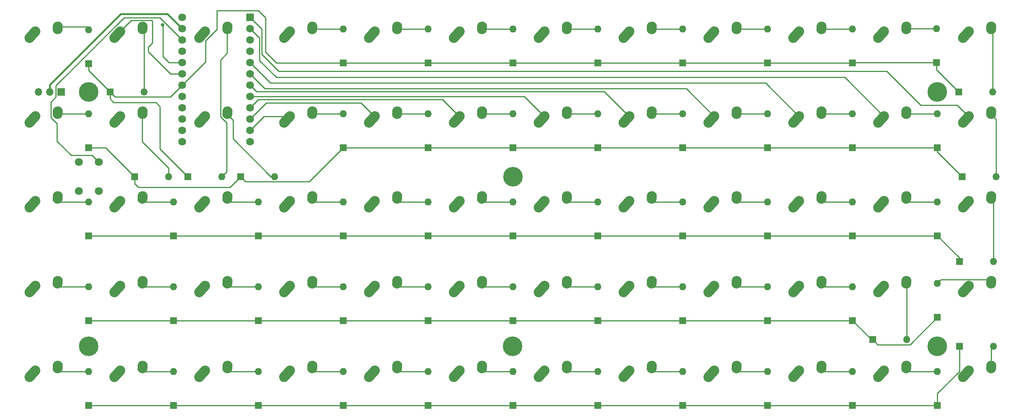
<source format=gbl>
G04 #@! TF.GenerationSoftware,KiCad,Pcbnew,(6.0.9)*
G04 #@! TF.CreationDate,2022-12-21T21:08:13+01:00*
G04 #@! TF.ProjectId,t-rex,742d7265-782e-46b6-9963-61645f706362,rev?*
G04 #@! TF.SameCoordinates,Original*
G04 #@! TF.FileFunction,Copper,L2,Bot*
G04 #@! TF.FilePolarity,Positive*
%FSLAX46Y46*%
G04 Gerber Fmt 4.6, Leading zero omitted, Abs format (unit mm)*
G04 Created by KiCad (PCBNEW (6.0.9)) date 2022-12-21 21:08:13*
%MOMM*%
%LPD*%
G01*
G04 APERTURE LIST*
G04 Aperture macros list*
%AMHorizOval*
0 Thick line with rounded ends*
0 $1 width*
0 $2 $3 position (X,Y) of the first rounded end (center of the circle)*
0 $4 $5 position (X,Y) of the second rounded end (center of the circle)*
0 Add line between two ends*
20,1,$1,$2,$3,$4,$5,0*
0 Add two circle primitives to create the rounded ends*
1,1,$1,$2,$3*
1,1,$1,$4,$5*%
G04 Aperture macros list end*
G04 #@! TA.AperFunction,ComponentPad*
%ADD10C,4.400000*%
G04 #@! TD*
G04 #@! TA.AperFunction,ComponentPad*
%ADD11R,1.600000X1.600000*%
G04 #@! TD*
G04 #@! TA.AperFunction,ComponentPad*
%ADD12O,1.600000X1.600000*%
G04 #@! TD*
G04 #@! TA.AperFunction,ComponentPad*
%ADD13HorizOval,2.250000X0.655001X0.730000X-0.655001X-0.730000X0*%
G04 #@! TD*
G04 #@! TA.AperFunction,ComponentPad*
%ADD14C,2.250000*%
G04 #@! TD*
G04 #@! TA.AperFunction,ComponentPad*
%ADD15HorizOval,2.250000X0.020000X0.290000X-0.020000X-0.290000X0*%
G04 #@! TD*
G04 #@! TA.AperFunction,ComponentPad*
%ADD16R,1.700000X1.700000*%
G04 #@! TD*
G04 #@! TA.AperFunction,ComponentPad*
%ADD17O,1.700000X1.700000*%
G04 #@! TD*
G04 #@! TA.AperFunction,ComponentPad*
%ADD18C,1.800000*%
G04 #@! TD*
G04 #@! TA.AperFunction,ComponentPad*
%ADD19R,1.752600X1.752600*%
G04 #@! TD*
G04 #@! TA.AperFunction,ComponentPad*
%ADD20C,1.752600*%
G04 #@! TD*
G04 #@! TA.AperFunction,ViaPad*
%ADD21C,0.800000*%
G04 #@! TD*
G04 #@! TA.AperFunction,Conductor*
%ADD22C,0.250000*%
G04 #@! TD*
G04 #@! TA.AperFunction,Conductor*
%ADD23C,0.381000*%
G04 #@! TD*
G04 APERTURE END LIST*
D10*
X242887500Y-42862500D03*
X242887500Y-100012500D03*
X147486914Y-100010649D03*
X147637500Y-61912500D03*
X52387500Y-100012500D03*
X52387500Y-42862500D03*
D11*
X57150000Y-42862500D03*
D12*
X64770000Y-42862500D03*
D13*
X211157501Y-87217500D03*
D14*
X211812500Y-86487500D03*
X216852500Y-85407500D03*
D15*
X216832500Y-85697500D03*
D11*
X242697000Y-36322000D03*
D12*
X242697000Y-28702000D03*
D14*
X59412500Y-86487500D03*
D13*
X58757501Y-87217500D03*
D15*
X64432500Y-85697500D03*
D14*
X64452500Y-85407500D03*
D16*
X46196250Y-42862500D03*
D17*
X43656250Y-42862500D03*
X41116250Y-42862500D03*
D11*
X242887500Y-75247500D03*
D12*
X242887500Y-67627500D03*
D13*
X154007501Y-30067500D03*
D14*
X154662500Y-29337500D03*
X159702500Y-28257500D03*
D15*
X159682500Y-28547500D03*
D11*
X204787500Y-75247500D03*
D12*
X204787500Y-67627500D03*
D11*
X242887500Y-113347500D03*
D12*
X242887500Y-105727500D03*
D13*
X249257501Y-87217500D03*
D14*
X249912500Y-86487500D03*
D15*
X254932500Y-85697500D03*
D14*
X254952500Y-85407500D03*
D11*
X109537500Y-55403750D03*
D12*
X109537500Y-47783750D03*
D14*
X154662500Y-48387500D03*
D13*
X154007501Y-49117500D03*
D15*
X159682500Y-47597500D03*
D14*
X159702500Y-47307500D03*
D11*
X166687500Y-94297500D03*
D12*
X166687500Y-86677500D03*
D11*
X147637500Y-94297500D03*
D12*
X147637500Y-86677500D03*
D14*
X97512500Y-48387500D03*
D13*
X96857501Y-49117500D03*
D15*
X102532500Y-47597500D03*
D14*
X102552500Y-47307500D03*
X135612500Y-105537500D03*
D13*
X134957501Y-106267500D03*
D15*
X140632500Y-104747500D03*
D14*
X140652500Y-104457500D03*
D13*
X134957501Y-87217500D03*
D14*
X135612500Y-86487500D03*
D15*
X140632500Y-85697500D03*
D14*
X140652500Y-85407500D03*
D11*
X109537500Y-36353750D03*
D12*
X109537500Y-28733750D03*
D14*
X154662500Y-86487500D03*
D13*
X154007501Y-87217500D03*
D14*
X159702500Y-85407500D03*
D15*
X159682500Y-85697500D03*
D14*
X173712500Y-48387500D03*
D13*
X173057501Y-49117500D03*
D14*
X178752500Y-47307500D03*
D15*
X178732500Y-47597500D03*
D14*
X116562500Y-48387500D03*
D13*
X115907501Y-49117500D03*
D14*
X121602500Y-47307500D03*
D15*
X121582500Y-47597500D03*
D11*
X128587500Y-94297500D03*
D12*
X128587500Y-86677500D03*
D14*
X173712500Y-86487500D03*
D13*
X173057501Y-87217500D03*
D15*
X178732500Y-85697500D03*
D14*
X178752500Y-85407500D03*
D11*
X128587500Y-113347500D03*
D12*
X128587500Y-105727500D03*
D11*
X185737500Y-113347500D03*
D12*
X185737500Y-105727500D03*
D13*
X58757501Y-68167500D03*
D14*
X59412500Y-67437500D03*
X64452500Y-66357500D03*
D15*
X64432500Y-66647500D03*
D13*
X192107501Y-49117500D03*
D14*
X192762500Y-48387500D03*
D15*
X197782500Y-47597500D03*
D14*
X197802500Y-47307500D03*
D11*
X223837500Y-36353750D03*
D12*
X223837500Y-28733750D03*
D11*
X247808750Y-100012500D03*
D12*
X255428750Y-100012500D03*
D11*
X71437500Y-113347500D03*
D12*
X71437500Y-105727500D03*
D13*
X173057501Y-30067500D03*
D14*
X173712500Y-29337500D03*
D15*
X178732500Y-28547500D03*
D14*
X178752500Y-28257500D03*
D11*
X204787500Y-94297500D03*
D12*
X204787500Y-86677500D03*
D14*
X116562500Y-29337500D03*
D13*
X115907501Y-30067500D03*
D14*
X121602500Y-28257500D03*
D15*
X121582500Y-28547500D03*
D14*
X192762500Y-86487500D03*
D13*
X192107501Y-87217500D03*
D14*
X197802500Y-85407500D03*
D15*
X197782500Y-85697500D03*
D11*
X71437500Y-94297500D03*
D12*
X71437500Y-86677500D03*
D11*
X185737500Y-75247500D03*
D12*
X185737500Y-67627500D03*
D11*
X147637500Y-36353750D03*
D12*
X147637500Y-28733750D03*
D11*
X204787500Y-36353750D03*
D12*
X204787500Y-28733750D03*
D11*
X62706250Y-61912500D03*
D12*
X70326250Y-61912500D03*
D14*
X78462500Y-67437500D03*
D13*
X77807501Y-68167500D03*
D15*
X83482500Y-66647500D03*
D14*
X83502500Y-66357500D03*
D13*
X230207501Y-68167500D03*
D14*
X230862500Y-67437500D03*
X235902500Y-66357500D03*
D15*
X235882500Y-66647500D03*
D11*
X228346000Y-98552000D03*
D12*
X235966000Y-98552000D03*
D14*
X154662500Y-105537500D03*
D13*
X154007501Y-106267500D03*
D15*
X159682500Y-104747500D03*
D14*
X159702500Y-104457500D03*
D11*
X52387500Y-75247500D03*
D12*
X52387500Y-67627500D03*
D11*
X223837500Y-94297500D03*
D12*
X223837500Y-86677500D03*
D13*
X230207501Y-106267500D03*
D14*
X230862500Y-105537500D03*
X235902500Y-104457500D03*
D15*
X235882500Y-104747500D03*
D11*
X248443750Y-61912500D03*
D12*
X256063750Y-61912500D03*
D14*
X135612500Y-29337500D03*
D13*
X134957501Y-30067500D03*
D14*
X140652500Y-28257500D03*
D15*
X140632500Y-28547500D03*
D14*
X230862500Y-29337500D03*
D13*
X230207501Y-30067500D03*
D14*
X235902500Y-28257500D03*
D15*
X235882500Y-28547500D03*
D13*
X211157501Y-30067500D03*
D14*
X211812500Y-29337500D03*
D15*
X216832500Y-28547500D03*
D14*
X216852500Y-28257500D03*
D13*
X58757501Y-30067500D03*
D14*
X59412500Y-29337500D03*
D15*
X64432500Y-28547500D03*
D14*
X64452500Y-28257500D03*
X78462500Y-105537500D03*
D13*
X77807501Y-106267500D03*
D15*
X83482500Y-104747500D03*
D14*
X83502500Y-104457500D03*
D11*
X128587500Y-36353750D03*
D12*
X128587500Y-28733750D03*
D11*
X109537500Y-113347500D03*
D12*
X109537500Y-105727500D03*
D14*
X78462500Y-86487500D03*
D13*
X77807501Y-87217500D03*
D14*
X83502500Y-85407500D03*
D15*
X83482500Y-85697500D03*
D13*
X115907501Y-68167500D03*
D14*
X116562500Y-67437500D03*
D15*
X121582500Y-66647500D03*
D14*
X121602500Y-66357500D03*
X59412500Y-48387500D03*
D13*
X58757501Y-49117500D03*
D15*
X64432500Y-47597500D03*
D14*
X64452500Y-47307500D03*
X211812500Y-105537500D03*
D13*
X211157501Y-106267500D03*
D14*
X216852500Y-104457500D03*
D15*
X216832500Y-104747500D03*
D14*
X40362500Y-86487500D03*
D13*
X39707501Y-87217500D03*
D15*
X45382500Y-85697500D03*
D14*
X45402500Y-85407500D03*
D11*
X223837500Y-55403750D03*
D12*
X223837500Y-47783750D03*
D11*
X52387500Y-55403750D03*
D12*
X52387500Y-47783750D03*
D13*
X249257501Y-30067500D03*
D14*
X249912500Y-29337500D03*
X254952500Y-28257500D03*
D15*
X254932500Y-28547500D03*
D14*
X40362500Y-29337500D03*
D13*
X39707501Y-30067500D03*
D15*
X45382500Y-28547500D03*
D14*
X45402500Y-28257500D03*
D11*
X52387500Y-113347500D03*
D12*
X52387500Y-105727500D03*
D11*
X185737500Y-55403750D03*
D12*
X185737500Y-47783750D03*
D14*
X116562500Y-86487500D03*
D13*
X115907501Y-87217500D03*
D14*
X121602500Y-85407500D03*
D15*
X121582500Y-85697500D03*
D11*
X166687500Y-75247500D03*
D12*
X166687500Y-67627500D03*
D11*
X86487000Y-61912500D03*
D12*
X94107000Y-61912500D03*
D14*
X230862500Y-86487500D03*
D13*
X230207501Y-87217500D03*
D15*
X235882500Y-85697500D03*
D14*
X235902500Y-85407500D03*
D13*
X211157501Y-68167500D03*
D14*
X211812500Y-67437500D03*
D15*
X216832500Y-66647500D03*
D14*
X216852500Y-66357500D03*
D11*
X147637500Y-75247500D03*
D12*
X147637500Y-67627500D03*
D11*
X71437500Y-75247500D03*
D12*
X71437500Y-67627500D03*
D11*
X90487500Y-113347500D03*
D12*
X90487500Y-105727500D03*
D11*
X204787500Y-55403750D03*
D12*
X204787500Y-47783750D03*
D11*
X147637500Y-113347500D03*
D12*
X147637500Y-105727500D03*
D11*
X74612500Y-61912500D03*
D12*
X82232500Y-61912500D03*
D13*
X249257501Y-68167500D03*
D14*
X249912500Y-67437500D03*
D15*
X254932500Y-66647500D03*
D14*
X254952500Y-66357500D03*
X192762500Y-29337500D03*
D13*
X192107501Y-30067500D03*
D14*
X197802500Y-28257500D03*
D15*
X197782500Y-28547500D03*
D11*
X52387500Y-94297500D03*
D12*
X52387500Y-86677500D03*
D11*
X185737500Y-36353750D03*
D12*
X185737500Y-28733750D03*
D13*
X249257501Y-49117500D03*
D14*
X249912500Y-48387500D03*
D15*
X254932500Y-47597500D03*
D14*
X254952500Y-47307500D03*
D13*
X39707501Y-68167500D03*
D14*
X40362500Y-67437500D03*
D15*
X45382500Y-66647500D03*
D14*
X45402500Y-66357500D03*
D13*
X96857501Y-30067500D03*
D14*
X97512500Y-29337500D03*
X102552500Y-28257500D03*
D15*
X102532500Y-28547500D03*
D14*
X154662500Y-67437500D03*
D13*
X154007501Y-68167500D03*
D14*
X159702500Y-66357500D03*
D15*
X159682500Y-66647500D03*
D13*
X58757501Y-106267500D03*
D14*
X59412500Y-105537500D03*
X64452500Y-104457500D03*
D15*
X64432500Y-104747500D03*
D13*
X39707501Y-106267500D03*
D14*
X40362500Y-105537500D03*
D15*
X45382500Y-104747500D03*
D14*
X45402500Y-104457500D03*
D13*
X134957501Y-68167500D03*
D14*
X135612500Y-67437500D03*
D15*
X140632500Y-66647500D03*
D14*
X140652500Y-66357500D03*
D11*
X128587500Y-75247500D03*
D12*
X128587500Y-67627500D03*
D14*
X192762500Y-67437500D03*
D13*
X192107501Y-68167500D03*
D15*
X197782500Y-66647500D03*
D14*
X197802500Y-66357500D03*
D13*
X134957501Y-49117500D03*
D14*
X135612500Y-48387500D03*
D15*
X140632500Y-47597500D03*
D14*
X140652500Y-47307500D03*
D11*
X128587500Y-55403750D03*
D12*
X128587500Y-47783750D03*
D13*
X249257501Y-106267500D03*
D14*
X249912500Y-105537500D03*
D15*
X254932500Y-104747500D03*
D14*
X254952500Y-104457500D03*
D11*
X166687500Y-55403750D03*
D12*
X166687500Y-47783750D03*
D11*
X223837500Y-113347500D03*
D12*
X223837500Y-105727500D03*
D11*
X223837500Y-75247500D03*
D12*
X223837500Y-67627500D03*
D11*
X109537500Y-94297500D03*
D12*
X109537500Y-86677500D03*
D11*
X90487500Y-75247500D03*
D12*
X90487500Y-67627500D03*
D14*
X97512500Y-86487500D03*
D13*
X96857501Y-87217500D03*
D15*
X102532500Y-85697500D03*
D14*
X102552500Y-85407500D03*
D11*
X247808750Y-80962500D03*
D12*
X255428750Y-80962500D03*
D14*
X116562500Y-105537500D03*
D13*
X115907501Y-106267500D03*
D15*
X121582500Y-104747500D03*
D14*
X121602500Y-104457500D03*
D11*
X166687500Y-36353750D03*
D12*
X166687500Y-28733750D03*
D11*
X166687500Y-113347500D03*
D12*
X166687500Y-105727500D03*
D11*
X52387500Y-36512500D03*
D12*
X52387500Y-28892500D03*
D11*
X204787500Y-113347500D03*
D12*
X204787500Y-105727500D03*
D11*
X247650000Y-42862500D03*
D12*
X255270000Y-42862500D03*
D11*
X109537500Y-75247500D03*
D12*
X109537500Y-67627500D03*
D11*
X90487500Y-94297500D03*
D12*
X90487500Y-86677500D03*
D11*
X147637500Y-55403750D03*
D12*
X147637500Y-47783750D03*
D14*
X97512500Y-67437500D03*
D13*
X96857501Y-68167500D03*
D15*
X102532500Y-66647500D03*
D14*
X102552500Y-66357500D03*
D13*
X173057501Y-106267500D03*
D14*
X173712500Y-105537500D03*
D15*
X178732500Y-104747500D03*
D14*
X178752500Y-104457500D03*
D11*
X242887500Y-55403750D03*
D12*
X242887500Y-47783750D03*
D11*
X185737500Y-94297500D03*
D12*
X185737500Y-86677500D03*
D14*
X230862500Y-48387500D03*
D13*
X230207501Y-49117500D03*
D14*
X235902500Y-47307500D03*
D15*
X235882500Y-47597500D03*
D11*
X242887500Y-93503750D03*
D12*
X242887500Y-85883750D03*
D14*
X40362500Y-48387500D03*
D13*
X39707501Y-49117500D03*
D15*
X45382500Y-47597500D03*
D14*
X45402500Y-47307500D03*
D13*
X192107501Y-106267500D03*
D14*
X192762500Y-105537500D03*
D15*
X197782500Y-104747500D03*
D14*
X197802500Y-104457500D03*
D13*
X77807501Y-49117500D03*
D14*
X78462500Y-48387500D03*
X83502500Y-47307500D03*
D15*
X83482500Y-47597500D03*
D13*
X96857501Y-106267500D03*
D14*
X97512500Y-105537500D03*
D15*
X102532500Y-104747500D03*
D14*
X102552500Y-104457500D03*
D13*
X77807501Y-30067500D03*
D14*
X78462500Y-29337500D03*
X83502500Y-28257500D03*
D15*
X83482500Y-28547500D03*
D13*
X211157501Y-49117500D03*
D14*
X211812500Y-48387500D03*
D15*
X216832500Y-47597500D03*
D14*
X216852500Y-47307500D03*
X173712500Y-67437500D03*
D13*
X173057501Y-68167500D03*
D15*
X178732500Y-66647500D03*
D14*
X178752500Y-66357500D03*
D18*
X54637500Y-58662500D03*
X50137500Y-65162500D03*
X50137500Y-58662500D03*
X54637500Y-65162500D03*
D19*
X88582500Y-26116750D03*
D20*
X88582500Y-28656750D03*
X88582500Y-31196750D03*
X88582500Y-33736750D03*
X88582500Y-36276750D03*
X88582500Y-38816750D03*
X88582500Y-41356750D03*
X88582500Y-43896750D03*
X88582500Y-46436750D03*
X88582500Y-48976750D03*
X88582500Y-51516750D03*
X88582500Y-54056750D03*
X73342500Y-54056750D03*
X73342500Y-51516750D03*
X73342500Y-48976750D03*
X73342500Y-46436750D03*
X73342500Y-43896750D03*
X73342500Y-41356750D03*
X73342500Y-38816750D03*
X73342500Y-36276750D03*
X73342500Y-33736750D03*
X73342500Y-31196750D03*
X73342500Y-28656750D03*
X73342500Y-26116750D03*
D21*
X68979326Y-27858174D03*
D22*
X242887500Y-75247500D02*
X247808750Y-80168750D01*
X247808750Y-80168750D02*
X247808750Y-80962500D01*
X242887500Y-55403750D02*
X242887500Y-56356250D01*
X242887500Y-56356250D02*
X248443750Y-61912500D01*
X216812500Y-66937500D02*
X217502500Y-67627500D01*
X217502500Y-67627500D02*
X223837500Y-67627500D01*
X83462500Y-47887500D02*
X84792499Y-49217499D01*
X84792499Y-49217499D02*
X84792499Y-53423499D01*
X84792499Y-53423499D02*
X93281500Y-61912500D01*
X93281500Y-61912500D02*
X94107000Y-61912500D01*
X86487000Y-61912500D02*
X87612000Y-63037500D01*
X87612000Y-63037500D02*
X101903750Y-63037500D01*
X101903750Y-63037500D02*
X109537500Y-55403750D01*
X86487000Y-61912500D02*
X84105750Y-64293750D01*
X84105750Y-64293750D02*
X63500000Y-64293750D01*
X242887500Y-93503750D02*
X236714250Y-99677000D01*
X236714250Y-99677000D02*
X229471000Y-99677000D01*
X229471000Y-99677000D02*
X228346000Y-98552000D01*
X235862500Y-85987500D02*
X235966000Y-86091000D01*
X235966000Y-86091000D02*
X235966000Y-98552000D01*
X223837500Y-94297500D02*
X228092000Y-98552000D01*
X228092000Y-98552000D02*
X228346000Y-98552000D01*
X254912500Y-85987500D02*
X253962500Y-85037500D01*
X253962500Y-85037500D02*
X243733750Y-85037500D01*
X243733750Y-85037500D02*
X242887500Y-85883750D01*
X235862500Y-47887500D02*
X235966250Y-47783750D01*
X235966250Y-47783750D02*
X242887500Y-47783750D01*
X216812500Y-47887500D02*
X216916250Y-47783750D01*
X216916250Y-47783750D02*
X223837500Y-47783750D01*
X197762500Y-47887500D02*
X197866250Y-47783750D01*
X197866250Y-47783750D02*
X204787500Y-47783750D01*
X178712500Y-47887500D02*
X178816250Y-47783750D01*
X178816250Y-47783750D02*
X185737500Y-47783750D01*
X159662500Y-47887500D02*
X159766250Y-47783750D01*
X159766250Y-47783750D02*
X166687500Y-47783750D01*
X140612500Y-47887500D02*
X140716250Y-47783750D01*
X140716250Y-47783750D02*
X147637500Y-47783750D01*
X121562500Y-47887500D02*
X121666250Y-47783750D01*
X121666250Y-47783750D02*
X128587500Y-47783750D01*
X102512500Y-47887500D02*
X102616250Y-47783750D01*
X102616250Y-47783750D02*
X109537500Y-47783750D01*
X92075000Y-26193750D02*
X92075000Y-33909000D01*
X94519750Y-36353750D02*
X92075000Y-33909000D01*
X68979326Y-27858174D02*
X69056250Y-27935098D01*
X69056250Y-27935098D02*
X69056250Y-34925000D01*
X70408000Y-36276750D02*
X73342500Y-36276750D01*
X69056250Y-34925000D02*
X70408000Y-36276750D01*
X66675000Y-26987500D02*
X66675000Y-31887231D01*
X65742499Y-33855268D02*
X70703981Y-38816750D01*
X59412500Y-29487500D02*
X58102500Y-30797500D01*
X65742499Y-32819732D02*
X65742499Y-33855268D01*
X66495000Y-26807500D02*
X66675000Y-26987500D01*
X61942500Y-26807500D02*
X66495000Y-26807500D01*
X59412500Y-29337500D02*
X61942500Y-26807500D01*
X70703981Y-38816750D02*
X73342500Y-38816750D01*
X66675000Y-31887231D02*
X65742499Y-32819732D01*
X59412500Y-29337500D02*
X59412500Y-29487500D01*
X91711750Y-48387500D02*
X97512500Y-48387500D01*
X88582500Y-51516750D02*
X91711750Y-48387500D01*
X92220250Y-45339000D02*
X113514000Y-45339000D01*
X88582500Y-48976750D02*
X92220250Y-45339000D01*
X113514000Y-45339000D02*
X116562500Y-48387500D01*
X88582500Y-46436750D02*
X90442250Y-44577000D01*
X90442250Y-44577000D02*
X131802000Y-44577000D01*
X131802000Y-44577000D02*
X135612500Y-48387500D01*
X150171750Y-43896750D02*
X154662500Y-48387500D01*
X88582500Y-43896750D02*
X150171750Y-43896750D01*
X88582500Y-41356750D02*
X90024750Y-42799000D01*
X168124000Y-42799000D02*
X173712500Y-48387500D01*
X90024750Y-42799000D02*
X168124000Y-42799000D01*
X186539000Y-42164000D02*
X192762500Y-48387500D01*
X88582500Y-38816750D02*
X91929750Y-42164000D01*
X91929750Y-42164000D02*
X186539000Y-42164000D01*
X88582500Y-36276750D02*
X93199750Y-40894000D01*
X93199750Y-40894000D02*
X204319000Y-40894000D01*
X204319000Y-40894000D02*
X211812500Y-48387500D01*
X222099000Y-39624000D02*
X230862500Y-48387500D01*
X88582500Y-28656750D02*
X90736000Y-30810250D01*
X94488000Y-39624000D02*
X222099000Y-39624000D01*
X90736000Y-30810250D02*
X90736000Y-35872000D01*
X90736000Y-35872000D02*
X94488000Y-39624000D01*
X91186000Y-28720250D02*
X88582500Y-26116750D01*
X249912500Y-48387500D02*
X247372000Y-45847000D01*
X94996000Y-38227000D02*
X91186000Y-34417000D01*
X247372000Y-45847000D02*
X239141000Y-45847000D01*
X91186000Y-34417000D02*
X91186000Y-28720250D01*
X231521000Y-38227000D02*
X94996000Y-38227000D01*
X239141000Y-45847000D02*
X231521000Y-38227000D01*
D23*
X70085750Y-25400000D02*
X73342500Y-28656750D01*
X43656250Y-42862500D02*
X43656250Y-41275000D01*
X59531250Y-25400000D02*
X70085750Y-25400000D01*
X43656250Y-41275000D02*
X59531250Y-25400000D01*
D22*
X52387500Y-38100000D02*
X57150000Y-42862500D01*
X242697000Y-36322000D02*
X242697000Y-37909500D01*
X94519750Y-36353750D02*
X109537500Y-36353750D01*
X109537500Y-36353750D02*
X223837500Y-36353750D01*
X57150000Y-44450000D02*
X57943750Y-45243750D01*
X223869250Y-36322000D02*
X223837500Y-36353750D01*
X81100214Y-24606250D02*
X90487500Y-24606250D01*
X58275000Y-43987500D02*
X70711750Y-43987500D01*
X57150000Y-42862500D02*
X58275000Y-43987500D01*
X90487500Y-24606250D02*
X92075000Y-26193750D01*
X78581250Y-31376341D02*
X78581250Y-36118000D01*
X57943750Y-45243750D02*
X67468750Y-45243750D01*
X78581250Y-36118000D02*
X73342500Y-41356750D01*
X67468750Y-45243750D02*
X68386855Y-46161855D01*
X242697000Y-36322000D02*
X223869250Y-36322000D01*
X68386855Y-46161855D02*
X68386855Y-55686855D01*
X242697000Y-37909500D02*
X247650000Y-42862500D01*
X57150000Y-42862500D02*
X57150000Y-44450000D01*
X70711750Y-43987500D02*
X73342500Y-41356750D01*
X81100214Y-24606250D02*
X81100214Y-28857377D01*
X52387500Y-36512500D02*
X52387500Y-38100000D01*
X68386855Y-55686855D02*
X74612500Y-61912500D01*
X81100214Y-28857377D02*
X78581250Y-31376341D01*
X242887500Y-55403750D02*
X109537500Y-55403750D01*
X63500000Y-64293750D02*
X62706250Y-63500000D01*
X52387500Y-55403750D02*
X56197500Y-55403750D01*
X62706250Y-63500000D02*
X62706250Y-61912500D01*
X56197500Y-55403750D02*
X62706250Y-61912500D01*
X242887500Y-75247500D02*
X52387500Y-75247500D01*
X223837500Y-94297500D02*
X52387500Y-94297500D01*
X242887500Y-110632200D02*
X242887500Y-113347500D01*
X247808750Y-100012500D02*
X247808750Y-105710950D01*
X247808750Y-105710950D02*
X242887500Y-110632200D01*
X242887500Y-113347500D02*
X71437500Y-113347500D01*
X71437500Y-113347500D02*
X52387500Y-113347500D01*
X51752500Y-28257500D02*
X52387500Y-28892500D01*
X45402500Y-28257500D02*
X51752500Y-28257500D01*
X82232500Y-61912500D02*
X83331401Y-60813599D01*
X83462500Y-34187633D02*
X83462500Y-28837500D01*
X81943732Y-48472923D02*
X81943732Y-35706401D01*
X81943732Y-35706401D02*
X83462500Y-34187633D01*
X83331401Y-60813599D02*
X83331401Y-49860592D01*
X83331401Y-49860592D02*
X81943732Y-48472923D01*
X102616250Y-28733750D02*
X102512500Y-28837500D01*
X109537500Y-28733750D02*
X102616250Y-28733750D01*
X128587500Y-28733750D02*
X121666250Y-28733750D01*
X121666250Y-28733750D02*
X121562500Y-28837500D01*
X147637500Y-28733750D02*
X140716250Y-28733750D01*
X140716250Y-28733750D02*
X140612500Y-28837500D01*
X166687500Y-28733750D02*
X159766250Y-28733750D01*
X159766250Y-28733750D02*
X159662500Y-28837500D01*
X204787500Y-28733750D02*
X197866250Y-28733750D01*
X197866250Y-28733750D02*
X197762500Y-28837500D01*
X223837500Y-28733750D02*
X216916250Y-28733750D01*
X216916250Y-28733750D02*
X216812500Y-28837500D01*
X242697000Y-28702000D02*
X236347000Y-28702000D01*
X236347000Y-28702000D02*
X235902500Y-28257500D01*
X255270000Y-42862500D02*
X255270000Y-29195000D01*
X255270000Y-29195000D02*
X254912500Y-28837500D01*
X64412500Y-47887500D02*
X64412500Y-54093750D01*
X70326250Y-60007500D02*
X70326250Y-61912500D01*
X64412500Y-54093750D02*
X70326250Y-60007500D01*
X256063750Y-49038750D02*
X256063750Y-61912500D01*
X254912500Y-47887500D02*
X256063750Y-49038750D01*
X46052500Y-67627500D02*
X52387500Y-67627500D01*
X45362500Y-66937500D02*
X46052500Y-67627500D01*
X64412500Y-66937500D02*
X65102500Y-67627500D01*
X65102500Y-67627500D02*
X71437500Y-67627500D01*
X83462500Y-66937500D02*
X84152500Y-67627500D01*
X84152500Y-67627500D02*
X90487500Y-67627500D01*
X103202500Y-67627500D02*
X109537500Y-67627500D01*
X102512500Y-66937500D02*
X103202500Y-67627500D01*
X122252500Y-67627500D02*
X128587500Y-67627500D01*
X121562500Y-66937500D02*
X122252500Y-67627500D01*
X141302500Y-67627500D02*
X147637500Y-67627500D01*
X140612500Y-66937500D02*
X141302500Y-67627500D01*
X160352500Y-67627500D02*
X166687500Y-67627500D01*
X159662500Y-66937500D02*
X160352500Y-67627500D01*
X178712500Y-66937500D02*
X179402500Y-67627500D01*
X179402500Y-67627500D02*
X185737500Y-67627500D01*
X204787500Y-67627500D02*
X198452500Y-67627500D01*
X198452500Y-67627500D02*
X197762500Y-66937500D01*
X242887500Y-67627500D02*
X236552500Y-67627500D01*
X236552500Y-67627500D02*
X235862500Y-66937500D01*
X255428750Y-67453750D02*
X255428750Y-80962500D01*
X254912500Y-66937500D02*
X255428750Y-67453750D01*
X52387500Y-86677500D02*
X46052500Y-86677500D01*
X46052500Y-86677500D02*
X45362500Y-85987500D01*
X65102500Y-86677500D02*
X64412500Y-85987500D01*
X71437500Y-86677500D02*
X65102500Y-86677500D01*
X84152500Y-86677500D02*
X83462500Y-85987500D01*
X90487500Y-86677500D02*
X84152500Y-86677500D01*
X109537500Y-86677500D02*
X103202500Y-86677500D01*
X103202500Y-86677500D02*
X102512500Y-85987500D01*
X128587500Y-86677500D02*
X122252500Y-86677500D01*
X122252500Y-86677500D02*
X121562500Y-85987500D01*
X147637500Y-86677500D02*
X141302500Y-86677500D01*
X141302500Y-86677500D02*
X140612500Y-85987500D01*
X166687500Y-86677500D02*
X160352500Y-86677500D01*
X160352500Y-86677500D02*
X159662500Y-85987500D01*
X185737500Y-86677500D02*
X179402500Y-86677500D01*
X179402500Y-86677500D02*
X178712500Y-85987500D01*
X204787500Y-86677500D02*
X198452500Y-86677500D01*
X198452500Y-86677500D02*
X197762500Y-85987500D01*
X223837500Y-86677500D02*
X217502500Y-86677500D01*
X217502500Y-86677500D02*
X216812500Y-85987500D01*
X52387500Y-105727500D02*
X46052500Y-105727500D01*
X46052500Y-105727500D02*
X45362500Y-105037500D01*
X65102500Y-105727500D02*
X71437500Y-105727500D01*
X64412500Y-105037500D02*
X65102500Y-105727500D01*
X84152500Y-105727500D02*
X90487500Y-105727500D01*
X83462500Y-105037500D02*
X84152500Y-105727500D01*
X102512500Y-105037500D02*
X103202500Y-105727500D01*
X103202500Y-105727500D02*
X109537500Y-105727500D01*
X122252500Y-105727500D02*
X128587500Y-105727500D01*
X121562500Y-105037500D02*
X122252500Y-105727500D01*
X141302500Y-105727500D02*
X147637500Y-105727500D01*
X140612500Y-105037500D02*
X141302500Y-105727500D01*
X160352500Y-105727500D02*
X166687500Y-105727500D01*
X159662500Y-105037500D02*
X160352500Y-105727500D01*
X179402500Y-105727500D02*
X185737500Y-105727500D01*
X178712500Y-105037500D02*
X179402500Y-105727500D01*
X198452500Y-105727500D02*
X204787500Y-105727500D01*
X197762500Y-105037500D02*
X198452500Y-105727500D01*
X217502500Y-105727500D02*
X223837500Y-105727500D01*
X216812500Y-105037500D02*
X217502500Y-105727500D01*
X236552500Y-105727500D02*
X242887500Y-105727500D01*
X235862500Y-105037500D02*
X236552500Y-105727500D01*
X254952500Y-100488750D02*
X255428750Y-100012500D01*
X254952500Y-104457500D02*
X254952500Y-100488750D01*
X64770000Y-42862500D02*
X64770000Y-29195000D01*
X64770000Y-29195000D02*
X64412500Y-28837500D01*
X185737500Y-28733750D02*
X178816250Y-28733750D01*
X178816250Y-28733750D02*
X178712500Y-28837500D01*
X45231401Y-53962651D02*
X45231401Y-49993901D01*
X45231401Y-49993901D02*
X43874613Y-48637113D01*
X45021250Y-44037500D02*
X45021250Y-41497500D01*
X45021250Y-41497500D02*
X60325000Y-26193750D01*
X48418750Y-57150000D02*
X45231401Y-53962651D01*
X68339500Y-26193750D02*
X73342500Y-31196750D01*
X53125000Y-57150000D02*
X48418750Y-57150000D01*
X43874613Y-48637113D02*
X43874613Y-45184137D01*
X43874613Y-45184137D02*
X45021250Y-44037500D01*
X60325000Y-26193750D02*
X68339500Y-26193750D01*
X54637500Y-58662500D02*
X53125000Y-57150000D01*
X45362500Y-47887500D02*
X45466250Y-47783750D01*
X45466250Y-47783750D02*
X52387500Y-47783750D01*
M02*

</source>
